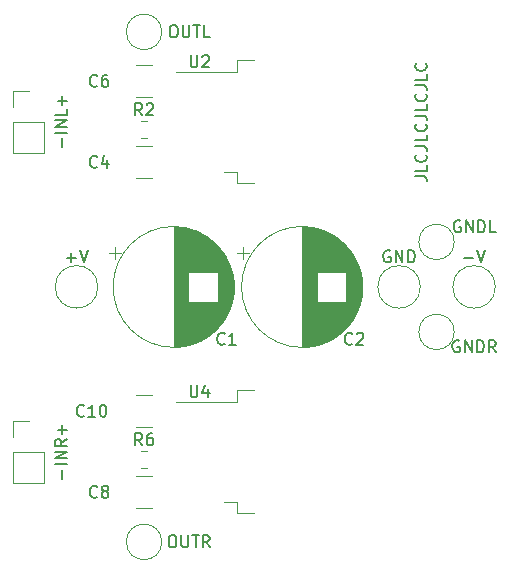
<source format=gbr>
%TF.GenerationSoftware,KiCad,Pcbnew,(5.1.7)-1*%
%TF.CreationDate,2021-01-12T16:04:50+01:00*%
%TF.ProjectId,TheDrut_2,54686544-7275-4745-9f32-2e6b69636164,rev?*%
%TF.SameCoordinates,Original*%
%TF.FileFunction,Legend,Top*%
%TF.FilePolarity,Positive*%
%FSLAX46Y46*%
G04 Gerber Fmt 4.6, Leading zero omitted, Abs format (unit mm)*
G04 Created by KiCad (PCBNEW (5.1.7)-1) date 2021-01-12 16:04:50*
%MOMM*%
%LPD*%
G01*
G04 APERTURE LIST*
%ADD10C,0.150000*%
%ADD11C,0.120000*%
G04 APERTURE END LIST*
D10*
X118197380Y-38274047D02*
X118911666Y-38274047D01*
X119054523Y-38321666D01*
X119149761Y-38416904D01*
X119197380Y-38559761D01*
X119197380Y-38655000D01*
X119197380Y-37321666D02*
X119197380Y-37797857D01*
X118197380Y-37797857D01*
X119102142Y-36416904D02*
X119149761Y-36464523D01*
X119197380Y-36607380D01*
X119197380Y-36702619D01*
X119149761Y-36845476D01*
X119054523Y-36940714D01*
X118959285Y-36988333D01*
X118768809Y-37035952D01*
X118625952Y-37035952D01*
X118435476Y-36988333D01*
X118340238Y-36940714D01*
X118245000Y-36845476D01*
X118197380Y-36702619D01*
X118197380Y-36607380D01*
X118245000Y-36464523D01*
X118292619Y-36416904D01*
X118197380Y-35702619D02*
X118911666Y-35702619D01*
X119054523Y-35750238D01*
X119149761Y-35845476D01*
X119197380Y-35988333D01*
X119197380Y-36083571D01*
X119197380Y-34750238D02*
X119197380Y-35226428D01*
X118197380Y-35226428D01*
X119102142Y-33845476D02*
X119149761Y-33893095D01*
X119197380Y-34035952D01*
X119197380Y-34131190D01*
X119149761Y-34274047D01*
X119054523Y-34369285D01*
X118959285Y-34416904D01*
X118768809Y-34464523D01*
X118625952Y-34464523D01*
X118435476Y-34416904D01*
X118340238Y-34369285D01*
X118245000Y-34274047D01*
X118197380Y-34131190D01*
X118197380Y-34035952D01*
X118245000Y-33893095D01*
X118292619Y-33845476D01*
X118197380Y-33131190D02*
X118911666Y-33131190D01*
X119054523Y-33178809D01*
X119149761Y-33274047D01*
X119197380Y-33416904D01*
X119197380Y-33512142D01*
X119197380Y-32178809D02*
X119197380Y-32655000D01*
X118197380Y-32655000D01*
X119102142Y-31274047D02*
X119149761Y-31321666D01*
X119197380Y-31464523D01*
X119197380Y-31559761D01*
X119149761Y-31702619D01*
X119054523Y-31797857D01*
X118959285Y-31845476D01*
X118768809Y-31893095D01*
X118625952Y-31893095D01*
X118435476Y-31845476D01*
X118340238Y-31797857D01*
X118245000Y-31702619D01*
X118197380Y-31559761D01*
X118197380Y-31464523D01*
X118245000Y-31321666D01*
X118292619Y-31274047D01*
X118197380Y-30559761D02*
X118911666Y-30559761D01*
X119054523Y-30607380D01*
X119149761Y-30702619D01*
X119197380Y-30845476D01*
X119197380Y-30940714D01*
X119197380Y-29607380D02*
X119197380Y-30083571D01*
X118197380Y-30083571D01*
X119102142Y-28702619D02*
X119149761Y-28750238D01*
X119197380Y-28893095D01*
X119197380Y-28988333D01*
X119149761Y-29131190D01*
X119054523Y-29226428D01*
X118959285Y-29274047D01*
X118768809Y-29321666D01*
X118625952Y-29321666D01*
X118435476Y-29274047D01*
X118340238Y-29226428D01*
X118245000Y-29131190D01*
X118197380Y-28988333D01*
X118197380Y-28893095D01*
X118245000Y-28750238D01*
X118292619Y-28702619D01*
D11*
X95961252Y-63664000D02*
X94538748Y-63664000D01*
X95961252Y-66384000D02*
X94538748Y-66384000D01*
X103095000Y-65845000D02*
X101995000Y-65845000D01*
X103095000Y-66795000D02*
X103095000Y-65845000D01*
X104595000Y-66795000D02*
X103095000Y-66795000D01*
X103095000Y-57345000D02*
X97970000Y-57345000D01*
X103095000Y-56395000D02*
X103095000Y-57345000D01*
X104595000Y-56395000D02*
X103095000Y-56395000D01*
X103095000Y-37905000D02*
X101995000Y-37905000D01*
X103095000Y-38855000D02*
X103095000Y-37905000D01*
X104595000Y-38855000D02*
X103095000Y-38855000D01*
X103095000Y-29405000D02*
X97970000Y-29405000D01*
X103095000Y-28455000D02*
X103095000Y-29405000D01*
X104595000Y-28455000D02*
X103095000Y-28455000D01*
X124990694Y-47625000D02*
G75*
G03*
X124990694Y-47625000I-1800694J0D01*
G01*
X118640694Y-47625000D02*
G75*
G03*
X118640694Y-47625000I-1800694J0D01*
G01*
X91335694Y-47625000D02*
G75*
G03*
X91335694Y-47625000I-1800694J0D01*
G01*
X113745000Y-47625000D02*
G75*
G03*
X113745000Y-47625000I-5120000J0D01*
G01*
X108625000Y-42545000D02*
X108625000Y-52705000D01*
X108665000Y-42545000D02*
X108665000Y-52705000D01*
X108705000Y-42545000D02*
X108705000Y-52705000D01*
X108745000Y-42546000D02*
X108745000Y-52704000D01*
X108785000Y-42547000D02*
X108785000Y-52703000D01*
X108825000Y-42548000D02*
X108825000Y-52702000D01*
X108865000Y-42550000D02*
X108865000Y-52700000D01*
X108905000Y-42552000D02*
X108905000Y-52698000D01*
X108945000Y-42555000D02*
X108945000Y-52695000D01*
X108985000Y-42557000D02*
X108985000Y-52693000D01*
X109025000Y-42560000D02*
X109025000Y-52690000D01*
X109065000Y-42563000D02*
X109065000Y-52687000D01*
X109105000Y-42567000D02*
X109105000Y-52683000D01*
X109145000Y-42571000D02*
X109145000Y-52679000D01*
X109185000Y-42575000D02*
X109185000Y-52675000D01*
X109225000Y-42580000D02*
X109225000Y-52670000D01*
X109265000Y-42585000D02*
X109265000Y-52665000D01*
X109305000Y-42590000D02*
X109305000Y-52660000D01*
X109346000Y-42595000D02*
X109346000Y-52655000D01*
X109386000Y-42601000D02*
X109386000Y-52649000D01*
X109426000Y-42607000D02*
X109426000Y-52643000D01*
X109466000Y-42614000D02*
X109466000Y-52636000D01*
X109506000Y-42621000D02*
X109506000Y-52629000D01*
X109546000Y-42628000D02*
X109546000Y-52622000D01*
X109586000Y-42635000D02*
X109586000Y-52615000D01*
X109626000Y-42643000D02*
X109626000Y-52607000D01*
X109666000Y-42651000D02*
X109666000Y-52599000D01*
X109706000Y-42660000D02*
X109706000Y-52590000D01*
X109746000Y-42669000D02*
X109746000Y-52581000D01*
X109786000Y-42678000D02*
X109786000Y-52572000D01*
X109826000Y-42687000D02*
X109826000Y-52563000D01*
X109866000Y-42697000D02*
X109866000Y-52553000D01*
X109906000Y-42707000D02*
X109906000Y-46384000D01*
X109906000Y-48866000D02*
X109906000Y-52543000D01*
X109946000Y-42718000D02*
X109946000Y-46384000D01*
X109946000Y-48866000D02*
X109946000Y-52532000D01*
X109986000Y-42728000D02*
X109986000Y-46384000D01*
X109986000Y-48866000D02*
X109986000Y-52522000D01*
X110026000Y-42740000D02*
X110026000Y-46384000D01*
X110026000Y-48866000D02*
X110026000Y-52510000D01*
X110066000Y-42751000D02*
X110066000Y-46384000D01*
X110066000Y-48866000D02*
X110066000Y-52499000D01*
X110106000Y-42763000D02*
X110106000Y-46384000D01*
X110106000Y-48866000D02*
X110106000Y-52487000D01*
X110146000Y-42775000D02*
X110146000Y-46384000D01*
X110146000Y-48866000D02*
X110146000Y-52475000D01*
X110186000Y-42788000D02*
X110186000Y-46384000D01*
X110186000Y-48866000D02*
X110186000Y-52462000D01*
X110226000Y-42801000D02*
X110226000Y-46384000D01*
X110226000Y-48866000D02*
X110226000Y-52449000D01*
X110266000Y-42814000D02*
X110266000Y-46384000D01*
X110266000Y-48866000D02*
X110266000Y-52436000D01*
X110306000Y-42828000D02*
X110306000Y-46384000D01*
X110306000Y-48866000D02*
X110306000Y-52422000D01*
X110346000Y-42842000D02*
X110346000Y-46384000D01*
X110346000Y-48866000D02*
X110346000Y-52408000D01*
X110386000Y-42857000D02*
X110386000Y-46384000D01*
X110386000Y-48866000D02*
X110386000Y-52393000D01*
X110426000Y-42871000D02*
X110426000Y-46384000D01*
X110426000Y-48866000D02*
X110426000Y-52379000D01*
X110466000Y-42887000D02*
X110466000Y-46384000D01*
X110466000Y-48866000D02*
X110466000Y-52363000D01*
X110506000Y-42902000D02*
X110506000Y-46384000D01*
X110506000Y-48866000D02*
X110506000Y-52348000D01*
X110546000Y-42918000D02*
X110546000Y-46384000D01*
X110546000Y-48866000D02*
X110546000Y-52332000D01*
X110586000Y-42935000D02*
X110586000Y-46384000D01*
X110586000Y-48866000D02*
X110586000Y-52315000D01*
X110626000Y-42951000D02*
X110626000Y-46384000D01*
X110626000Y-48866000D02*
X110626000Y-52299000D01*
X110666000Y-42968000D02*
X110666000Y-46384000D01*
X110666000Y-48866000D02*
X110666000Y-52282000D01*
X110706000Y-42986000D02*
X110706000Y-46384000D01*
X110706000Y-48866000D02*
X110706000Y-52264000D01*
X110746000Y-43004000D02*
X110746000Y-46384000D01*
X110746000Y-48866000D02*
X110746000Y-52246000D01*
X110786000Y-43022000D02*
X110786000Y-46384000D01*
X110786000Y-48866000D02*
X110786000Y-52228000D01*
X110826000Y-43041000D02*
X110826000Y-46384000D01*
X110826000Y-48866000D02*
X110826000Y-52209000D01*
X110866000Y-43061000D02*
X110866000Y-46384000D01*
X110866000Y-48866000D02*
X110866000Y-52189000D01*
X110906000Y-43080000D02*
X110906000Y-46384000D01*
X110906000Y-48866000D02*
X110906000Y-52170000D01*
X110946000Y-43100000D02*
X110946000Y-46384000D01*
X110946000Y-48866000D02*
X110946000Y-52150000D01*
X110986000Y-43121000D02*
X110986000Y-46384000D01*
X110986000Y-48866000D02*
X110986000Y-52129000D01*
X111026000Y-43142000D02*
X111026000Y-46384000D01*
X111026000Y-48866000D02*
X111026000Y-52108000D01*
X111066000Y-43163000D02*
X111066000Y-46384000D01*
X111066000Y-48866000D02*
X111066000Y-52087000D01*
X111106000Y-43185000D02*
X111106000Y-46384000D01*
X111106000Y-48866000D02*
X111106000Y-52065000D01*
X111146000Y-43208000D02*
X111146000Y-46384000D01*
X111146000Y-48866000D02*
X111146000Y-52042000D01*
X111186000Y-43230000D02*
X111186000Y-46384000D01*
X111186000Y-48866000D02*
X111186000Y-52020000D01*
X111226000Y-43254000D02*
X111226000Y-46384000D01*
X111226000Y-48866000D02*
X111226000Y-51996000D01*
X111266000Y-43278000D02*
X111266000Y-46384000D01*
X111266000Y-48866000D02*
X111266000Y-51972000D01*
X111306000Y-43302000D02*
X111306000Y-46384000D01*
X111306000Y-48866000D02*
X111306000Y-51948000D01*
X111346000Y-43327000D02*
X111346000Y-46384000D01*
X111346000Y-48866000D02*
X111346000Y-51923000D01*
X111386000Y-43352000D02*
X111386000Y-46384000D01*
X111386000Y-48866000D02*
X111386000Y-51898000D01*
X111426000Y-43378000D02*
X111426000Y-46384000D01*
X111426000Y-48866000D02*
X111426000Y-51872000D01*
X111466000Y-43404000D02*
X111466000Y-46384000D01*
X111466000Y-48866000D02*
X111466000Y-51846000D01*
X111506000Y-43431000D02*
X111506000Y-46384000D01*
X111506000Y-48866000D02*
X111506000Y-51819000D01*
X111546000Y-43459000D02*
X111546000Y-46384000D01*
X111546000Y-48866000D02*
X111546000Y-51791000D01*
X111586000Y-43487000D02*
X111586000Y-46384000D01*
X111586000Y-48866000D02*
X111586000Y-51763000D01*
X111626000Y-43515000D02*
X111626000Y-46384000D01*
X111626000Y-48866000D02*
X111626000Y-51735000D01*
X111666000Y-43545000D02*
X111666000Y-46384000D01*
X111666000Y-48866000D02*
X111666000Y-51705000D01*
X111706000Y-43575000D02*
X111706000Y-46384000D01*
X111706000Y-48866000D02*
X111706000Y-51675000D01*
X111746000Y-43605000D02*
X111746000Y-46384000D01*
X111746000Y-48866000D02*
X111746000Y-51645000D01*
X111786000Y-43636000D02*
X111786000Y-46384000D01*
X111786000Y-48866000D02*
X111786000Y-51614000D01*
X111826000Y-43668000D02*
X111826000Y-46384000D01*
X111826000Y-48866000D02*
X111826000Y-51582000D01*
X111866000Y-43700000D02*
X111866000Y-46384000D01*
X111866000Y-48866000D02*
X111866000Y-51550000D01*
X111906000Y-43733000D02*
X111906000Y-46384000D01*
X111906000Y-48866000D02*
X111906000Y-51517000D01*
X111946000Y-43767000D02*
X111946000Y-46384000D01*
X111946000Y-48866000D02*
X111946000Y-51483000D01*
X111986000Y-43801000D02*
X111986000Y-46384000D01*
X111986000Y-48866000D02*
X111986000Y-51449000D01*
X112026000Y-43836000D02*
X112026000Y-46384000D01*
X112026000Y-48866000D02*
X112026000Y-51414000D01*
X112066000Y-43872000D02*
X112066000Y-46384000D01*
X112066000Y-48866000D02*
X112066000Y-51378000D01*
X112106000Y-43909000D02*
X112106000Y-46384000D01*
X112106000Y-48866000D02*
X112106000Y-51341000D01*
X112146000Y-43946000D02*
X112146000Y-46384000D01*
X112146000Y-48866000D02*
X112146000Y-51304000D01*
X112186000Y-43985000D02*
X112186000Y-46384000D01*
X112186000Y-48866000D02*
X112186000Y-51265000D01*
X112226000Y-44024000D02*
X112226000Y-46384000D01*
X112226000Y-48866000D02*
X112226000Y-51226000D01*
X112266000Y-44064000D02*
X112266000Y-46384000D01*
X112266000Y-48866000D02*
X112266000Y-51186000D01*
X112306000Y-44105000D02*
X112306000Y-46384000D01*
X112306000Y-48866000D02*
X112306000Y-51145000D01*
X112346000Y-44147000D02*
X112346000Y-46384000D01*
X112346000Y-48866000D02*
X112346000Y-51103000D01*
X112386000Y-44189000D02*
X112386000Y-51061000D01*
X112426000Y-44233000D02*
X112426000Y-51017000D01*
X112466000Y-44278000D02*
X112466000Y-50972000D01*
X112506000Y-44324000D02*
X112506000Y-50926000D01*
X112546000Y-44371000D02*
X112546000Y-50879000D01*
X112586000Y-44419000D02*
X112586000Y-50831000D01*
X112626000Y-44469000D02*
X112626000Y-50781000D01*
X112666000Y-44519000D02*
X112666000Y-50731000D01*
X112706000Y-44571000D02*
X112706000Y-50679000D01*
X112746000Y-44625000D02*
X112746000Y-50625000D01*
X112786000Y-44680000D02*
X112786000Y-50570000D01*
X112826000Y-44736000D02*
X112826000Y-50514000D01*
X112866000Y-44795000D02*
X112866000Y-50455000D01*
X112906000Y-44855000D02*
X112906000Y-50395000D01*
X112946000Y-44916000D02*
X112946000Y-50334000D01*
X112986000Y-44980000D02*
X112986000Y-50270000D01*
X113026000Y-45046000D02*
X113026000Y-50204000D01*
X113066000Y-45115000D02*
X113066000Y-50135000D01*
X113106000Y-45186000D02*
X113106000Y-50064000D01*
X113146000Y-45260000D02*
X113146000Y-49990000D01*
X113186000Y-45336000D02*
X113186000Y-49914000D01*
X113226000Y-45416000D02*
X113226000Y-49834000D01*
X113266000Y-45500000D02*
X113266000Y-49750000D01*
X113306000Y-45588000D02*
X113306000Y-49662000D01*
X113346000Y-45681000D02*
X113346000Y-49569000D01*
X113386000Y-45779000D02*
X113386000Y-49471000D01*
X113426000Y-45883000D02*
X113426000Y-49367000D01*
X113466000Y-45995000D02*
X113466000Y-49255000D01*
X113506000Y-46115000D02*
X113506000Y-49135000D01*
X113546000Y-46247000D02*
X113546000Y-49003000D01*
X113586000Y-46395000D02*
X113586000Y-48855000D01*
X113626000Y-46563000D02*
X113626000Y-48687000D01*
X113666000Y-46763000D02*
X113666000Y-48487000D01*
X113706000Y-47026000D02*
X113706000Y-48224000D01*
X103145354Y-44750000D02*
X104145354Y-44750000D01*
X103645354Y-44250000D02*
X103645354Y-45250000D01*
X102870000Y-47625000D02*
G75*
G03*
X102870000Y-47625000I-5120000J0D01*
G01*
X97750000Y-42545000D02*
X97750000Y-52705000D01*
X97790000Y-42545000D02*
X97790000Y-52705000D01*
X97830000Y-42545000D02*
X97830000Y-52705000D01*
X97870000Y-42546000D02*
X97870000Y-52704000D01*
X97910000Y-42547000D02*
X97910000Y-52703000D01*
X97950000Y-42548000D02*
X97950000Y-52702000D01*
X97990000Y-42550000D02*
X97990000Y-52700000D01*
X98030000Y-42552000D02*
X98030000Y-52698000D01*
X98070000Y-42555000D02*
X98070000Y-52695000D01*
X98110000Y-42557000D02*
X98110000Y-52693000D01*
X98150000Y-42560000D02*
X98150000Y-52690000D01*
X98190000Y-42563000D02*
X98190000Y-52687000D01*
X98230000Y-42567000D02*
X98230000Y-52683000D01*
X98270000Y-42571000D02*
X98270000Y-52679000D01*
X98310000Y-42575000D02*
X98310000Y-52675000D01*
X98350000Y-42580000D02*
X98350000Y-52670000D01*
X98390000Y-42585000D02*
X98390000Y-52665000D01*
X98430000Y-42590000D02*
X98430000Y-52660000D01*
X98471000Y-42595000D02*
X98471000Y-52655000D01*
X98511000Y-42601000D02*
X98511000Y-52649000D01*
X98551000Y-42607000D02*
X98551000Y-52643000D01*
X98591000Y-42614000D02*
X98591000Y-52636000D01*
X98631000Y-42621000D02*
X98631000Y-52629000D01*
X98671000Y-42628000D02*
X98671000Y-52622000D01*
X98711000Y-42635000D02*
X98711000Y-52615000D01*
X98751000Y-42643000D02*
X98751000Y-52607000D01*
X98791000Y-42651000D02*
X98791000Y-52599000D01*
X98831000Y-42660000D02*
X98831000Y-52590000D01*
X98871000Y-42669000D02*
X98871000Y-52581000D01*
X98911000Y-42678000D02*
X98911000Y-52572000D01*
X98951000Y-42687000D02*
X98951000Y-52563000D01*
X98991000Y-42697000D02*
X98991000Y-52553000D01*
X99031000Y-42707000D02*
X99031000Y-46384000D01*
X99031000Y-48866000D02*
X99031000Y-52543000D01*
X99071000Y-42718000D02*
X99071000Y-46384000D01*
X99071000Y-48866000D02*
X99071000Y-52532000D01*
X99111000Y-42728000D02*
X99111000Y-46384000D01*
X99111000Y-48866000D02*
X99111000Y-52522000D01*
X99151000Y-42740000D02*
X99151000Y-46384000D01*
X99151000Y-48866000D02*
X99151000Y-52510000D01*
X99191000Y-42751000D02*
X99191000Y-46384000D01*
X99191000Y-48866000D02*
X99191000Y-52499000D01*
X99231000Y-42763000D02*
X99231000Y-46384000D01*
X99231000Y-48866000D02*
X99231000Y-52487000D01*
X99271000Y-42775000D02*
X99271000Y-46384000D01*
X99271000Y-48866000D02*
X99271000Y-52475000D01*
X99311000Y-42788000D02*
X99311000Y-46384000D01*
X99311000Y-48866000D02*
X99311000Y-52462000D01*
X99351000Y-42801000D02*
X99351000Y-46384000D01*
X99351000Y-48866000D02*
X99351000Y-52449000D01*
X99391000Y-42814000D02*
X99391000Y-46384000D01*
X99391000Y-48866000D02*
X99391000Y-52436000D01*
X99431000Y-42828000D02*
X99431000Y-46384000D01*
X99431000Y-48866000D02*
X99431000Y-52422000D01*
X99471000Y-42842000D02*
X99471000Y-46384000D01*
X99471000Y-48866000D02*
X99471000Y-52408000D01*
X99511000Y-42857000D02*
X99511000Y-46384000D01*
X99511000Y-48866000D02*
X99511000Y-52393000D01*
X99551000Y-42871000D02*
X99551000Y-46384000D01*
X99551000Y-48866000D02*
X99551000Y-52379000D01*
X99591000Y-42887000D02*
X99591000Y-46384000D01*
X99591000Y-48866000D02*
X99591000Y-52363000D01*
X99631000Y-42902000D02*
X99631000Y-46384000D01*
X99631000Y-48866000D02*
X99631000Y-52348000D01*
X99671000Y-42918000D02*
X99671000Y-46384000D01*
X99671000Y-48866000D02*
X99671000Y-52332000D01*
X99711000Y-42935000D02*
X99711000Y-46384000D01*
X99711000Y-48866000D02*
X99711000Y-52315000D01*
X99751000Y-42951000D02*
X99751000Y-46384000D01*
X99751000Y-48866000D02*
X99751000Y-52299000D01*
X99791000Y-42968000D02*
X99791000Y-46384000D01*
X99791000Y-48866000D02*
X99791000Y-52282000D01*
X99831000Y-42986000D02*
X99831000Y-46384000D01*
X99831000Y-48866000D02*
X99831000Y-52264000D01*
X99871000Y-43004000D02*
X99871000Y-46384000D01*
X99871000Y-48866000D02*
X99871000Y-52246000D01*
X99911000Y-43022000D02*
X99911000Y-46384000D01*
X99911000Y-48866000D02*
X99911000Y-52228000D01*
X99951000Y-43041000D02*
X99951000Y-46384000D01*
X99951000Y-48866000D02*
X99951000Y-52209000D01*
X99991000Y-43061000D02*
X99991000Y-46384000D01*
X99991000Y-48866000D02*
X99991000Y-52189000D01*
X100031000Y-43080000D02*
X100031000Y-46384000D01*
X100031000Y-48866000D02*
X100031000Y-52170000D01*
X100071000Y-43100000D02*
X100071000Y-46384000D01*
X100071000Y-48866000D02*
X100071000Y-52150000D01*
X100111000Y-43121000D02*
X100111000Y-46384000D01*
X100111000Y-48866000D02*
X100111000Y-52129000D01*
X100151000Y-43142000D02*
X100151000Y-46384000D01*
X100151000Y-48866000D02*
X100151000Y-52108000D01*
X100191000Y-43163000D02*
X100191000Y-46384000D01*
X100191000Y-48866000D02*
X100191000Y-52087000D01*
X100231000Y-43185000D02*
X100231000Y-46384000D01*
X100231000Y-48866000D02*
X100231000Y-52065000D01*
X100271000Y-43208000D02*
X100271000Y-46384000D01*
X100271000Y-48866000D02*
X100271000Y-52042000D01*
X100311000Y-43230000D02*
X100311000Y-46384000D01*
X100311000Y-48866000D02*
X100311000Y-52020000D01*
X100351000Y-43254000D02*
X100351000Y-46384000D01*
X100351000Y-48866000D02*
X100351000Y-51996000D01*
X100391000Y-43278000D02*
X100391000Y-46384000D01*
X100391000Y-48866000D02*
X100391000Y-51972000D01*
X100431000Y-43302000D02*
X100431000Y-46384000D01*
X100431000Y-48866000D02*
X100431000Y-51948000D01*
X100471000Y-43327000D02*
X100471000Y-46384000D01*
X100471000Y-48866000D02*
X100471000Y-51923000D01*
X100511000Y-43352000D02*
X100511000Y-46384000D01*
X100511000Y-48866000D02*
X100511000Y-51898000D01*
X100551000Y-43378000D02*
X100551000Y-46384000D01*
X100551000Y-48866000D02*
X100551000Y-51872000D01*
X100591000Y-43404000D02*
X100591000Y-46384000D01*
X100591000Y-48866000D02*
X100591000Y-51846000D01*
X100631000Y-43431000D02*
X100631000Y-46384000D01*
X100631000Y-48866000D02*
X100631000Y-51819000D01*
X100671000Y-43459000D02*
X100671000Y-46384000D01*
X100671000Y-48866000D02*
X100671000Y-51791000D01*
X100711000Y-43487000D02*
X100711000Y-46384000D01*
X100711000Y-48866000D02*
X100711000Y-51763000D01*
X100751000Y-43515000D02*
X100751000Y-46384000D01*
X100751000Y-48866000D02*
X100751000Y-51735000D01*
X100791000Y-43545000D02*
X100791000Y-46384000D01*
X100791000Y-48866000D02*
X100791000Y-51705000D01*
X100831000Y-43575000D02*
X100831000Y-46384000D01*
X100831000Y-48866000D02*
X100831000Y-51675000D01*
X100871000Y-43605000D02*
X100871000Y-46384000D01*
X100871000Y-48866000D02*
X100871000Y-51645000D01*
X100911000Y-43636000D02*
X100911000Y-46384000D01*
X100911000Y-48866000D02*
X100911000Y-51614000D01*
X100951000Y-43668000D02*
X100951000Y-46384000D01*
X100951000Y-48866000D02*
X100951000Y-51582000D01*
X100991000Y-43700000D02*
X100991000Y-46384000D01*
X100991000Y-48866000D02*
X100991000Y-51550000D01*
X101031000Y-43733000D02*
X101031000Y-46384000D01*
X101031000Y-48866000D02*
X101031000Y-51517000D01*
X101071000Y-43767000D02*
X101071000Y-46384000D01*
X101071000Y-48866000D02*
X101071000Y-51483000D01*
X101111000Y-43801000D02*
X101111000Y-46384000D01*
X101111000Y-48866000D02*
X101111000Y-51449000D01*
X101151000Y-43836000D02*
X101151000Y-46384000D01*
X101151000Y-48866000D02*
X101151000Y-51414000D01*
X101191000Y-43872000D02*
X101191000Y-46384000D01*
X101191000Y-48866000D02*
X101191000Y-51378000D01*
X101231000Y-43909000D02*
X101231000Y-46384000D01*
X101231000Y-48866000D02*
X101231000Y-51341000D01*
X101271000Y-43946000D02*
X101271000Y-46384000D01*
X101271000Y-48866000D02*
X101271000Y-51304000D01*
X101311000Y-43985000D02*
X101311000Y-46384000D01*
X101311000Y-48866000D02*
X101311000Y-51265000D01*
X101351000Y-44024000D02*
X101351000Y-46384000D01*
X101351000Y-48866000D02*
X101351000Y-51226000D01*
X101391000Y-44064000D02*
X101391000Y-46384000D01*
X101391000Y-48866000D02*
X101391000Y-51186000D01*
X101431000Y-44105000D02*
X101431000Y-46384000D01*
X101431000Y-48866000D02*
X101431000Y-51145000D01*
X101471000Y-44147000D02*
X101471000Y-46384000D01*
X101471000Y-48866000D02*
X101471000Y-51103000D01*
X101511000Y-44189000D02*
X101511000Y-51061000D01*
X101551000Y-44233000D02*
X101551000Y-51017000D01*
X101591000Y-44278000D02*
X101591000Y-50972000D01*
X101631000Y-44324000D02*
X101631000Y-50926000D01*
X101671000Y-44371000D02*
X101671000Y-50879000D01*
X101711000Y-44419000D02*
X101711000Y-50831000D01*
X101751000Y-44469000D02*
X101751000Y-50781000D01*
X101791000Y-44519000D02*
X101791000Y-50731000D01*
X101831000Y-44571000D02*
X101831000Y-50679000D01*
X101871000Y-44625000D02*
X101871000Y-50625000D01*
X101911000Y-44680000D02*
X101911000Y-50570000D01*
X101951000Y-44736000D02*
X101951000Y-50514000D01*
X101991000Y-44795000D02*
X101991000Y-50455000D01*
X102031000Y-44855000D02*
X102031000Y-50395000D01*
X102071000Y-44916000D02*
X102071000Y-50334000D01*
X102111000Y-44980000D02*
X102111000Y-50270000D01*
X102151000Y-45046000D02*
X102151000Y-50204000D01*
X102191000Y-45115000D02*
X102191000Y-50135000D01*
X102231000Y-45186000D02*
X102231000Y-50064000D01*
X102271000Y-45260000D02*
X102271000Y-49990000D01*
X102311000Y-45336000D02*
X102311000Y-49914000D01*
X102351000Y-45416000D02*
X102351000Y-49834000D01*
X102391000Y-45500000D02*
X102391000Y-49750000D01*
X102431000Y-45588000D02*
X102431000Y-49662000D01*
X102471000Y-45681000D02*
X102471000Y-49569000D01*
X102511000Y-45779000D02*
X102511000Y-49471000D01*
X102551000Y-45883000D02*
X102551000Y-49367000D01*
X102591000Y-45995000D02*
X102591000Y-49255000D01*
X102631000Y-46115000D02*
X102631000Y-49135000D01*
X102671000Y-46247000D02*
X102671000Y-49003000D01*
X102711000Y-46395000D02*
X102711000Y-48855000D01*
X102751000Y-46563000D02*
X102751000Y-48687000D01*
X102791000Y-46763000D02*
X102791000Y-48487000D01*
X102831000Y-47026000D02*
X102831000Y-48224000D01*
X92270354Y-44750000D02*
X93270354Y-44750000D01*
X92770354Y-44250000D02*
X92770354Y-45250000D01*
X95022936Y-62965000D02*
X95477064Y-62965000D01*
X95022936Y-61495000D02*
X95477064Y-61495000D01*
X95022936Y-35025000D02*
X95477064Y-35025000D01*
X95022936Y-33555000D02*
X95477064Y-33555000D01*
X121515833Y-51435000D02*
G75*
G03*
X121515833Y-51435000I-1500833J0D01*
G01*
X96750833Y-69215000D02*
G75*
G03*
X96750833Y-69215000I-1500833J0D01*
G01*
X84141000Y-58995000D02*
X85471000Y-58995000D01*
X84141000Y-60325000D02*
X84141000Y-58995000D01*
X84141000Y-61595000D02*
X86801000Y-61595000D01*
X86801000Y-61595000D02*
X86801000Y-64195000D01*
X84141000Y-61595000D02*
X84141000Y-64195000D01*
X84141000Y-64195000D02*
X86801000Y-64195000D01*
X121515833Y-43815000D02*
G75*
G03*
X121515833Y-43815000I-1500833J0D01*
G01*
X96750833Y-26035000D02*
G75*
G03*
X96750833Y-26035000I-1500833J0D01*
G01*
X84141000Y-31055000D02*
X85471000Y-31055000D01*
X84141000Y-32385000D02*
X84141000Y-31055000D01*
X84141000Y-33655000D02*
X86801000Y-33655000D01*
X86801000Y-33655000D02*
X86801000Y-36255000D01*
X84141000Y-33655000D02*
X84141000Y-36255000D01*
X84141000Y-36255000D02*
X86801000Y-36255000D01*
X94538748Y-59526000D02*
X95961252Y-59526000D01*
X94538748Y-56806000D02*
X95961252Y-56806000D01*
X94538748Y-31586000D02*
X95961252Y-31586000D01*
X94538748Y-28866000D02*
X95961252Y-28866000D01*
X95961252Y-35724000D02*
X94538748Y-35724000D01*
X95961252Y-38444000D02*
X94538748Y-38444000D01*
D10*
X91273333Y-65381142D02*
X91225714Y-65428761D01*
X91082857Y-65476380D01*
X90987619Y-65476380D01*
X90844761Y-65428761D01*
X90749523Y-65333523D01*
X90701904Y-65238285D01*
X90654285Y-65047809D01*
X90654285Y-64904952D01*
X90701904Y-64714476D01*
X90749523Y-64619238D01*
X90844761Y-64524000D01*
X90987619Y-64476380D01*
X91082857Y-64476380D01*
X91225714Y-64524000D01*
X91273333Y-64571619D01*
X91844761Y-64904952D02*
X91749523Y-64857333D01*
X91701904Y-64809714D01*
X91654285Y-64714476D01*
X91654285Y-64666857D01*
X91701904Y-64571619D01*
X91749523Y-64524000D01*
X91844761Y-64476380D01*
X92035238Y-64476380D01*
X92130476Y-64524000D01*
X92178095Y-64571619D01*
X92225714Y-64666857D01*
X92225714Y-64714476D01*
X92178095Y-64809714D01*
X92130476Y-64857333D01*
X92035238Y-64904952D01*
X91844761Y-64904952D01*
X91749523Y-64952571D01*
X91701904Y-65000190D01*
X91654285Y-65095428D01*
X91654285Y-65285904D01*
X91701904Y-65381142D01*
X91749523Y-65428761D01*
X91844761Y-65476380D01*
X92035238Y-65476380D01*
X92130476Y-65428761D01*
X92178095Y-65381142D01*
X92225714Y-65285904D01*
X92225714Y-65095428D01*
X92178095Y-65000190D01*
X92130476Y-64952571D01*
X92035238Y-64904952D01*
X99187095Y-55967380D02*
X99187095Y-56776904D01*
X99234714Y-56872142D01*
X99282333Y-56919761D01*
X99377571Y-56967380D01*
X99568047Y-56967380D01*
X99663285Y-56919761D01*
X99710904Y-56872142D01*
X99758523Y-56776904D01*
X99758523Y-55967380D01*
X100663285Y-56300714D02*
X100663285Y-56967380D01*
X100425190Y-55919761D02*
X100187095Y-56634047D01*
X100806142Y-56634047D01*
X99187095Y-28027380D02*
X99187095Y-28836904D01*
X99234714Y-28932142D01*
X99282333Y-28979761D01*
X99377571Y-29027380D01*
X99568047Y-29027380D01*
X99663285Y-28979761D01*
X99710904Y-28932142D01*
X99758523Y-28836904D01*
X99758523Y-28027380D01*
X100187095Y-28122619D02*
X100234714Y-28075000D01*
X100329952Y-28027380D01*
X100568047Y-28027380D01*
X100663285Y-28075000D01*
X100710904Y-28122619D01*
X100758523Y-28217857D01*
X100758523Y-28313095D01*
X100710904Y-28455952D01*
X100139476Y-29027380D01*
X100758523Y-29027380D01*
X122380476Y-45156428D02*
X123142380Y-45156428D01*
X123475714Y-44537380D02*
X123809047Y-45537380D01*
X124142380Y-44537380D01*
X116078095Y-44585000D02*
X115982857Y-44537380D01*
X115840000Y-44537380D01*
X115697142Y-44585000D01*
X115601904Y-44680238D01*
X115554285Y-44775476D01*
X115506666Y-44965952D01*
X115506666Y-45108809D01*
X115554285Y-45299285D01*
X115601904Y-45394523D01*
X115697142Y-45489761D01*
X115840000Y-45537380D01*
X115935238Y-45537380D01*
X116078095Y-45489761D01*
X116125714Y-45442142D01*
X116125714Y-45108809D01*
X115935238Y-45108809D01*
X116554285Y-45537380D02*
X116554285Y-44537380D01*
X117125714Y-45537380D01*
X117125714Y-44537380D01*
X117601904Y-45537380D02*
X117601904Y-44537380D01*
X117840000Y-44537380D01*
X117982857Y-44585000D01*
X118078095Y-44680238D01*
X118125714Y-44775476D01*
X118173333Y-44965952D01*
X118173333Y-45108809D01*
X118125714Y-45299285D01*
X118078095Y-45394523D01*
X117982857Y-45489761D01*
X117840000Y-45537380D01*
X117601904Y-45537380D01*
X88725476Y-45156428D02*
X89487380Y-45156428D01*
X89106428Y-45537380D02*
X89106428Y-44775476D01*
X89820714Y-44537380D02*
X90154047Y-45537380D01*
X90487380Y-44537380D01*
X112863333Y-52427142D02*
X112815714Y-52474761D01*
X112672857Y-52522380D01*
X112577619Y-52522380D01*
X112434761Y-52474761D01*
X112339523Y-52379523D01*
X112291904Y-52284285D01*
X112244285Y-52093809D01*
X112244285Y-51950952D01*
X112291904Y-51760476D01*
X112339523Y-51665238D01*
X112434761Y-51570000D01*
X112577619Y-51522380D01*
X112672857Y-51522380D01*
X112815714Y-51570000D01*
X112863333Y-51617619D01*
X113244285Y-51617619D02*
X113291904Y-51570000D01*
X113387142Y-51522380D01*
X113625238Y-51522380D01*
X113720476Y-51570000D01*
X113768095Y-51617619D01*
X113815714Y-51712857D01*
X113815714Y-51808095D01*
X113768095Y-51950952D01*
X113196666Y-52522380D01*
X113815714Y-52522380D01*
X102068333Y-52427142D02*
X102020714Y-52474761D01*
X101877857Y-52522380D01*
X101782619Y-52522380D01*
X101639761Y-52474761D01*
X101544523Y-52379523D01*
X101496904Y-52284285D01*
X101449285Y-52093809D01*
X101449285Y-51950952D01*
X101496904Y-51760476D01*
X101544523Y-51665238D01*
X101639761Y-51570000D01*
X101782619Y-51522380D01*
X101877857Y-51522380D01*
X102020714Y-51570000D01*
X102068333Y-51617619D01*
X103020714Y-52522380D02*
X102449285Y-52522380D01*
X102735000Y-52522380D02*
X102735000Y-51522380D01*
X102639761Y-51665238D01*
X102544523Y-51760476D01*
X102449285Y-51808095D01*
X95083333Y-61032380D02*
X94750000Y-60556190D01*
X94511904Y-61032380D02*
X94511904Y-60032380D01*
X94892857Y-60032380D01*
X94988095Y-60080000D01*
X95035714Y-60127619D01*
X95083333Y-60222857D01*
X95083333Y-60365714D01*
X95035714Y-60460952D01*
X94988095Y-60508571D01*
X94892857Y-60556190D01*
X94511904Y-60556190D01*
X95940476Y-60032380D02*
X95750000Y-60032380D01*
X95654761Y-60080000D01*
X95607142Y-60127619D01*
X95511904Y-60270476D01*
X95464285Y-60460952D01*
X95464285Y-60841904D01*
X95511904Y-60937142D01*
X95559523Y-60984761D01*
X95654761Y-61032380D01*
X95845238Y-61032380D01*
X95940476Y-60984761D01*
X95988095Y-60937142D01*
X96035714Y-60841904D01*
X96035714Y-60603809D01*
X95988095Y-60508571D01*
X95940476Y-60460952D01*
X95845238Y-60413333D01*
X95654761Y-60413333D01*
X95559523Y-60460952D01*
X95511904Y-60508571D01*
X95464285Y-60603809D01*
X95083333Y-33092380D02*
X94750000Y-32616190D01*
X94511904Y-33092380D02*
X94511904Y-32092380D01*
X94892857Y-32092380D01*
X94988095Y-32140000D01*
X95035714Y-32187619D01*
X95083333Y-32282857D01*
X95083333Y-32425714D01*
X95035714Y-32520952D01*
X94988095Y-32568571D01*
X94892857Y-32616190D01*
X94511904Y-32616190D01*
X95464285Y-32187619D02*
X95511904Y-32140000D01*
X95607142Y-32092380D01*
X95845238Y-32092380D01*
X95940476Y-32140000D01*
X95988095Y-32187619D01*
X96035714Y-32282857D01*
X96035714Y-32378095D01*
X95988095Y-32520952D01*
X95416666Y-33092380D01*
X96035714Y-33092380D01*
X121928095Y-52205000D02*
X121832857Y-52157380D01*
X121690000Y-52157380D01*
X121547142Y-52205000D01*
X121451904Y-52300238D01*
X121404285Y-52395476D01*
X121356666Y-52585952D01*
X121356666Y-52728809D01*
X121404285Y-52919285D01*
X121451904Y-53014523D01*
X121547142Y-53109761D01*
X121690000Y-53157380D01*
X121785238Y-53157380D01*
X121928095Y-53109761D01*
X121975714Y-53062142D01*
X121975714Y-52728809D01*
X121785238Y-52728809D01*
X122404285Y-53157380D02*
X122404285Y-52157380D01*
X122975714Y-53157380D01*
X122975714Y-52157380D01*
X123451904Y-53157380D02*
X123451904Y-52157380D01*
X123690000Y-52157380D01*
X123832857Y-52205000D01*
X123928095Y-52300238D01*
X123975714Y-52395476D01*
X124023333Y-52585952D01*
X124023333Y-52728809D01*
X123975714Y-52919285D01*
X123928095Y-53014523D01*
X123832857Y-53109761D01*
X123690000Y-53157380D01*
X123451904Y-53157380D01*
X125023333Y-53157380D02*
X124690000Y-52681190D01*
X124451904Y-53157380D02*
X124451904Y-52157380D01*
X124832857Y-52157380D01*
X124928095Y-52205000D01*
X124975714Y-52252619D01*
X125023333Y-52347857D01*
X125023333Y-52490714D01*
X124975714Y-52585952D01*
X124928095Y-52633571D01*
X124832857Y-52681190D01*
X124451904Y-52681190D01*
X97560000Y-68667380D02*
X97750476Y-68667380D01*
X97845714Y-68715000D01*
X97940952Y-68810238D01*
X97988571Y-69000714D01*
X97988571Y-69334047D01*
X97940952Y-69524523D01*
X97845714Y-69619761D01*
X97750476Y-69667380D01*
X97560000Y-69667380D01*
X97464761Y-69619761D01*
X97369523Y-69524523D01*
X97321904Y-69334047D01*
X97321904Y-69000714D01*
X97369523Y-68810238D01*
X97464761Y-68715000D01*
X97560000Y-68667380D01*
X98417142Y-68667380D02*
X98417142Y-69476904D01*
X98464761Y-69572142D01*
X98512380Y-69619761D01*
X98607619Y-69667380D01*
X98798095Y-69667380D01*
X98893333Y-69619761D01*
X98940952Y-69572142D01*
X98988571Y-69476904D01*
X98988571Y-68667380D01*
X99321904Y-68667380D02*
X99893333Y-68667380D01*
X99607619Y-69667380D02*
X99607619Y-68667380D01*
X100798095Y-69667380D02*
X100464761Y-69191190D01*
X100226666Y-69667380D02*
X100226666Y-68667380D01*
X100607619Y-68667380D01*
X100702857Y-68715000D01*
X100750476Y-68762619D01*
X100798095Y-68857857D01*
X100798095Y-69000714D01*
X100750476Y-69095952D01*
X100702857Y-69143571D01*
X100607619Y-69191190D01*
X100226666Y-69191190D01*
X88336428Y-63856904D02*
X88336428Y-63095000D01*
X88717380Y-62618809D02*
X87717380Y-62618809D01*
X88717380Y-62142619D02*
X87717380Y-62142619D01*
X88717380Y-61571190D01*
X87717380Y-61571190D01*
X88717380Y-60523571D02*
X88241190Y-60856904D01*
X88717380Y-61095000D02*
X87717380Y-61095000D01*
X87717380Y-60714047D01*
X87765000Y-60618809D01*
X87812619Y-60571190D01*
X87907857Y-60523571D01*
X88050714Y-60523571D01*
X88145952Y-60571190D01*
X88193571Y-60618809D01*
X88241190Y-60714047D01*
X88241190Y-61095000D01*
X88336428Y-60095000D02*
X88336428Y-59333095D01*
X88717380Y-59714047D02*
X87955476Y-59714047D01*
X122023333Y-42045000D02*
X121928095Y-41997380D01*
X121785238Y-41997380D01*
X121642380Y-42045000D01*
X121547142Y-42140238D01*
X121499523Y-42235476D01*
X121451904Y-42425952D01*
X121451904Y-42568809D01*
X121499523Y-42759285D01*
X121547142Y-42854523D01*
X121642380Y-42949761D01*
X121785238Y-42997380D01*
X121880476Y-42997380D01*
X122023333Y-42949761D01*
X122070952Y-42902142D01*
X122070952Y-42568809D01*
X121880476Y-42568809D01*
X122499523Y-42997380D02*
X122499523Y-41997380D01*
X123070952Y-42997380D01*
X123070952Y-41997380D01*
X123547142Y-42997380D02*
X123547142Y-41997380D01*
X123785238Y-41997380D01*
X123928095Y-42045000D01*
X124023333Y-42140238D01*
X124070952Y-42235476D01*
X124118571Y-42425952D01*
X124118571Y-42568809D01*
X124070952Y-42759285D01*
X124023333Y-42854523D01*
X123928095Y-42949761D01*
X123785238Y-42997380D01*
X123547142Y-42997380D01*
X125023333Y-42997380D02*
X124547142Y-42997380D01*
X124547142Y-41997380D01*
X97655238Y-25487380D02*
X97845714Y-25487380D01*
X97940952Y-25535000D01*
X98036190Y-25630238D01*
X98083809Y-25820714D01*
X98083809Y-26154047D01*
X98036190Y-26344523D01*
X97940952Y-26439761D01*
X97845714Y-26487380D01*
X97655238Y-26487380D01*
X97560000Y-26439761D01*
X97464761Y-26344523D01*
X97417142Y-26154047D01*
X97417142Y-25820714D01*
X97464761Y-25630238D01*
X97560000Y-25535000D01*
X97655238Y-25487380D01*
X98512380Y-25487380D02*
X98512380Y-26296904D01*
X98560000Y-26392142D01*
X98607619Y-26439761D01*
X98702857Y-26487380D01*
X98893333Y-26487380D01*
X98988571Y-26439761D01*
X99036190Y-26392142D01*
X99083809Y-26296904D01*
X99083809Y-25487380D01*
X99417142Y-25487380D02*
X99988571Y-25487380D01*
X99702857Y-26487380D02*
X99702857Y-25487380D01*
X100798095Y-26487380D02*
X100321904Y-26487380D01*
X100321904Y-25487380D01*
X88336428Y-35821666D02*
X88336428Y-35059761D01*
X88717380Y-34583571D02*
X87717380Y-34583571D01*
X88717380Y-34107380D02*
X87717380Y-34107380D01*
X88717380Y-33535952D01*
X87717380Y-33535952D01*
X88717380Y-32583571D02*
X88717380Y-33059761D01*
X87717380Y-33059761D01*
X88336428Y-32250238D02*
X88336428Y-31488333D01*
X88717380Y-31869285D02*
X87955476Y-31869285D01*
X90162142Y-58523142D02*
X90114523Y-58570761D01*
X89971666Y-58618380D01*
X89876428Y-58618380D01*
X89733571Y-58570761D01*
X89638333Y-58475523D01*
X89590714Y-58380285D01*
X89543095Y-58189809D01*
X89543095Y-58046952D01*
X89590714Y-57856476D01*
X89638333Y-57761238D01*
X89733571Y-57666000D01*
X89876428Y-57618380D01*
X89971666Y-57618380D01*
X90114523Y-57666000D01*
X90162142Y-57713619D01*
X91114523Y-58618380D02*
X90543095Y-58618380D01*
X90828809Y-58618380D02*
X90828809Y-57618380D01*
X90733571Y-57761238D01*
X90638333Y-57856476D01*
X90543095Y-57904095D01*
X91733571Y-57618380D02*
X91828809Y-57618380D01*
X91924047Y-57666000D01*
X91971666Y-57713619D01*
X92019285Y-57808857D01*
X92066904Y-57999333D01*
X92066904Y-58237428D01*
X92019285Y-58427904D01*
X91971666Y-58523142D01*
X91924047Y-58570761D01*
X91828809Y-58618380D01*
X91733571Y-58618380D01*
X91638333Y-58570761D01*
X91590714Y-58523142D01*
X91543095Y-58427904D01*
X91495476Y-58237428D01*
X91495476Y-57999333D01*
X91543095Y-57808857D01*
X91590714Y-57713619D01*
X91638333Y-57666000D01*
X91733571Y-57618380D01*
X91273333Y-30583142D02*
X91225714Y-30630761D01*
X91082857Y-30678380D01*
X90987619Y-30678380D01*
X90844761Y-30630761D01*
X90749523Y-30535523D01*
X90701904Y-30440285D01*
X90654285Y-30249809D01*
X90654285Y-30106952D01*
X90701904Y-29916476D01*
X90749523Y-29821238D01*
X90844761Y-29726000D01*
X90987619Y-29678380D01*
X91082857Y-29678380D01*
X91225714Y-29726000D01*
X91273333Y-29773619D01*
X92130476Y-29678380D02*
X91940000Y-29678380D01*
X91844761Y-29726000D01*
X91797142Y-29773619D01*
X91701904Y-29916476D01*
X91654285Y-30106952D01*
X91654285Y-30487904D01*
X91701904Y-30583142D01*
X91749523Y-30630761D01*
X91844761Y-30678380D01*
X92035238Y-30678380D01*
X92130476Y-30630761D01*
X92178095Y-30583142D01*
X92225714Y-30487904D01*
X92225714Y-30249809D01*
X92178095Y-30154571D01*
X92130476Y-30106952D01*
X92035238Y-30059333D01*
X91844761Y-30059333D01*
X91749523Y-30106952D01*
X91701904Y-30154571D01*
X91654285Y-30249809D01*
X91273333Y-37441142D02*
X91225714Y-37488761D01*
X91082857Y-37536380D01*
X90987619Y-37536380D01*
X90844761Y-37488761D01*
X90749523Y-37393523D01*
X90701904Y-37298285D01*
X90654285Y-37107809D01*
X90654285Y-36964952D01*
X90701904Y-36774476D01*
X90749523Y-36679238D01*
X90844761Y-36584000D01*
X90987619Y-36536380D01*
X91082857Y-36536380D01*
X91225714Y-36584000D01*
X91273333Y-36631619D01*
X92130476Y-36869714D02*
X92130476Y-37536380D01*
X91892380Y-36488761D02*
X91654285Y-37203047D01*
X92273333Y-37203047D01*
M02*

</source>
